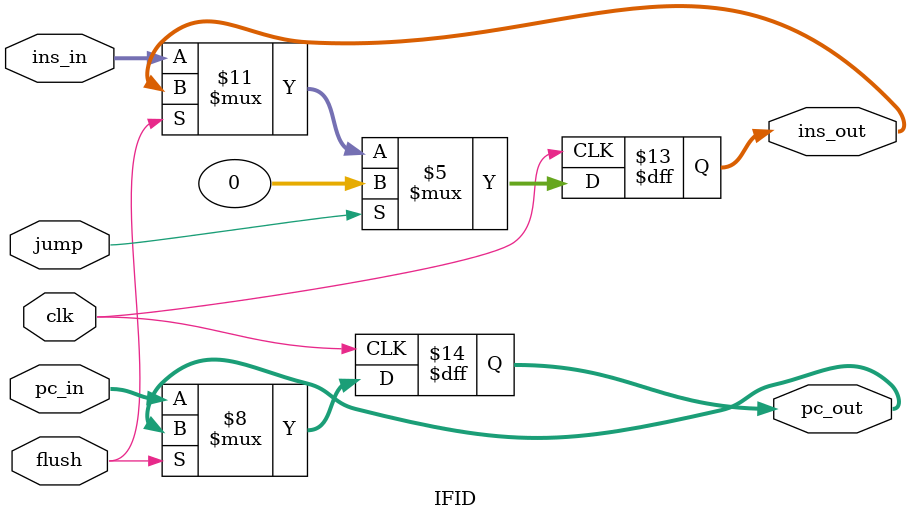
<source format=v>
module IFID(input clk, input [31:0] ins_in, input[31:0] pc_in,
			output reg [31:0] ins_out, output reg [31:0] pc_out, input flush, jump);
	initial {ins_out, pc_out} = 33'b 0;
	always @(posedge clk) begin
		if(!flush) begin
			ins_out = ins_in;
			pc_out = pc_in;
		end
		if(jump) ins_out = 0;
	end
endmodule
</source>
